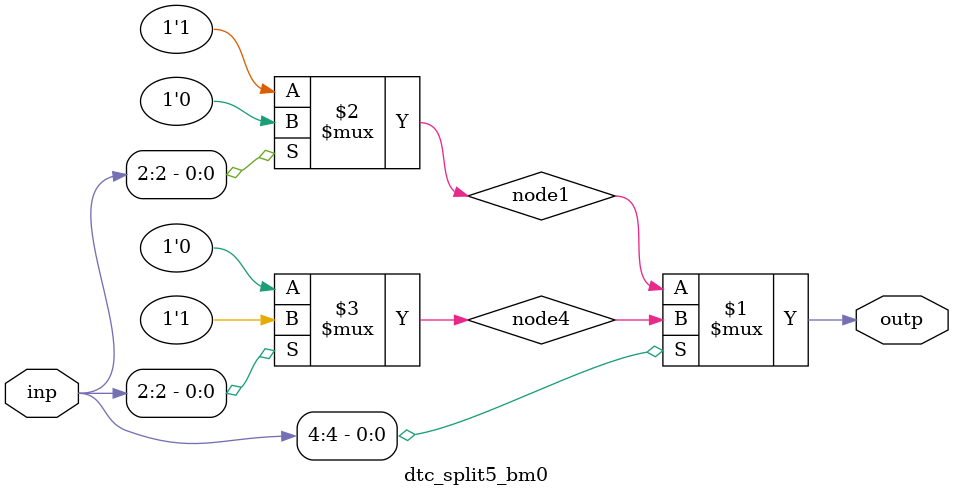
<source format=v>
module dtc_split5_bm0 (
	input  wire [6-1:0] inp,
	output wire [1-1:0] outp
);

	wire [1-1:0] node1;
	wire [1-1:0] node4;

	assign outp = (inp[4]) ? node4 : node1;
		assign node1 = (inp[2]) ? 1'b0 : 1'b1;
		assign node4 = (inp[2]) ? 1'b1 : 1'b0;

endmodule
</source>
